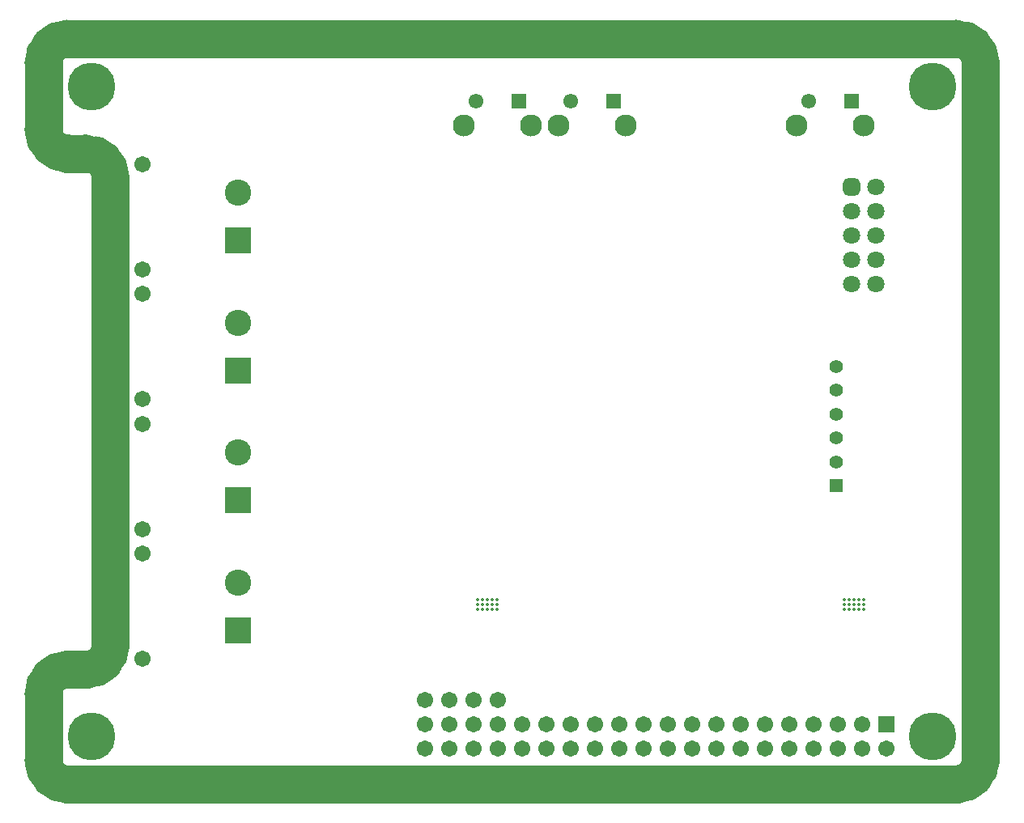
<source format=gbs>
G04*
G04 #@! TF.GenerationSoftware,Altium Limited,Altium Designer,24.1.2 (44)*
G04*
G04 Layer_Color=16711935*
%FSLAX44Y44*%
%MOMM*%
G71*
G04*
G04 #@! TF.SameCoordinates,2EF6C2FC-EFCF-4523-B91F-EB5A1425F999*
G04*
G04*
G04 #@! TF.FilePolarity,Negative*
G04*
G01*
G75*
%ADD44C,4.0000*%
%ADD60R,1.7032X1.7032*%
%ADD61C,1.7032*%
%ADD62R,2.7532X2.7532*%
%ADD63C,2.7532*%
%ADD64C,1.7112*%
%ADD65C,1.4000*%
%ADD66R,1.4000X1.4000*%
%ADD67R,1.5500X1.5500*%
%ADD68C,1.5500*%
%ADD69C,2.3000*%
%ADD70C,1.8032*%
G04:AMPARAMS|DCode=71|XSize=1.8032mm|YSize=1.8032mm|CornerRadius=0.5016mm|HoleSize=0mm|Usage=FLASHONLY|Rotation=270.000|XOffset=0mm|YOffset=0mm|HoleType=Round|Shape=RoundedRectangle|*
%AMROUNDEDRECTD71*
21,1,1.8032,0.8000,0,0,270.0*
21,1,0.8000,1.8032,0,0,270.0*
1,1,1.0032,-0.4000,-0.4000*
1,1,1.0032,-0.4000,0.4000*
1,1,1.0032,0.4000,0.4000*
1,1,1.0032,0.4000,-0.4000*
%
%ADD71ROUNDEDRECTD71*%
%ADD72C,0.3500*%
%ADD73C,5.0000*%
D44*
Y25000D02*
G03*
X25000Y0I25000J-0D01*
G01*
X25000Y120000D02*
G03*
X0Y95000I-0J-25000D01*
G01*
X45000Y120000D02*
G03*
X70000Y145000I0J25000D01*
G01*
X0Y685000D02*
G03*
X25000Y660000I25000J-0D01*
G01*
X25000Y780000D02*
G03*
X0Y755000I-0J-25000D01*
G01*
X70000Y635000D02*
G03*
X45000Y660000I-25000J0D01*
G01*
X955000Y0D02*
G03*
X980000Y25000I0J25000D01*
G01*
X980000Y755000D02*
G03*
X955000Y780000I-25000J0D01*
G01*
X0Y25000D02*
Y95000D01*
X25000Y120000D02*
X45000D01*
X25000Y0D02*
X955000D01*
X0Y685000D02*
Y755000D01*
X25000Y660000D02*
X45000D01*
X70000Y145000D02*
Y635000D01*
X25000Y780000D02*
X955000D01*
X980000Y755000D02*
X980000Y25000D01*
D60*
X881300Y62700D02*
D03*
D61*
Y37300D02*
D03*
X855900Y62700D02*
D03*
Y37300D02*
D03*
X830500Y62700D02*
D03*
Y37300D02*
D03*
X805100Y62700D02*
D03*
Y37300D02*
D03*
X779700Y62700D02*
D03*
Y37300D02*
D03*
X754300Y62700D02*
D03*
Y37300D02*
D03*
X728900Y62700D02*
D03*
Y37300D02*
D03*
X703500Y62700D02*
D03*
Y37300D02*
D03*
X678100Y62700D02*
D03*
Y37300D02*
D03*
X652700Y62700D02*
D03*
Y37300D02*
D03*
X627300Y62700D02*
D03*
Y37300D02*
D03*
X601900Y62700D02*
D03*
Y37300D02*
D03*
X576500Y62700D02*
D03*
Y37300D02*
D03*
X551100Y62700D02*
D03*
Y37300D02*
D03*
X525700Y62700D02*
D03*
Y37300D02*
D03*
X500300Y62700D02*
D03*
Y37300D02*
D03*
X398700Y62700D02*
D03*
X424100Y37300D02*
D03*
Y62700D02*
D03*
X449500Y37300D02*
D03*
Y62700D02*
D03*
X474900Y37300D02*
D03*
Y62700D02*
D03*
X398700Y88100D02*
D03*
X424100D02*
D03*
X449500D02*
D03*
X474900D02*
D03*
X398700Y37300D02*
D03*
D62*
X203200Y432930D02*
D03*
Y161150D02*
D03*
Y297176D02*
D03*
Y568960D02*
D03*
D63*
Y482930D02*
D03*
Y211150D02*
D03*
Y347176D02*
D03*
Y618960D02*
D03*
D64*
X103200Y512930D02*
D03*
Y402930D02*
D03*
Y131150D02*
D03*
Y241150D02*
D03*
Y267176D02*
D03*
Y377176D02*
D03*
Y538960D02*
D03*
Y648960D02*
D03*
D65*
X829100Y437230D02*
D03*
Y412230D02*
D03*
Y387230D02*
D03*
Y362230D02*
D03*
Y337230D02*
D03*
D66*
Y312230D02*
D03*
D67*
X596540Y714490D02*
D03*
X845460D02*
D03*
X497480D02*
D03*
D68*
X551540D02*
D03*
X800460D02*
D03*
X452480D02*
D03*
D69*
X609040Y689490D02*
D03*
X539040D02*
D03*
X857960D02*
D03*
X787960D02*
D03*
X509980D02*
D03*
X439980D02*
D03*
D70*
X845000Y523400D02*
D03*
Y548800D02*
D03*
X870400Y523400D02*
D03*
Y548800D02*
D03*
X845000Y574200D02*
D03*
X870400D02*
D03*
Y599600D02*
D03*
X845000D02*
D03*
X870400Y625000D02*
D03*
D71*
X845000D02*
D03*
D72*
X474140Y187910D02*
D03*
X469140D02*
D03*
X464140D02*
D03*
X459140D02*
D03*
X454140D02*
D03*
X474140Y182910D02*
D03*
X469140D02*
D03*
X464140D02*
D03*
X459140D02*
D03*
X454140D02*
D03*
X474140Y192910D02*
D03*
X469140D02*
D03*
X464140D02*
D03*
X459140D02*
D03*
X454140D02*
D03*
X857680Y187910D02*
D03*
X852680D02*
D03*
X847680D02*
D03*
X842680D02*
D03*
X837680D02*
D03*
X857680Y182910D02*
D03*
X852680D02*
D03*
X847680D02*
D03*
X842680D02*
D03*
X837680D02*
D03*
X857680Y192910D02*
D03*
X852680D02*
D03*
X847680D02*
D03*
X842680D02*
D03*
X837680D02*
D03*
D73*
X930000Y730000D02*
D03*
X50000Y50000D02*
D03*
Y730000D02*
D03*
X930000Y50000D02*
D03*
M02*

</source>
